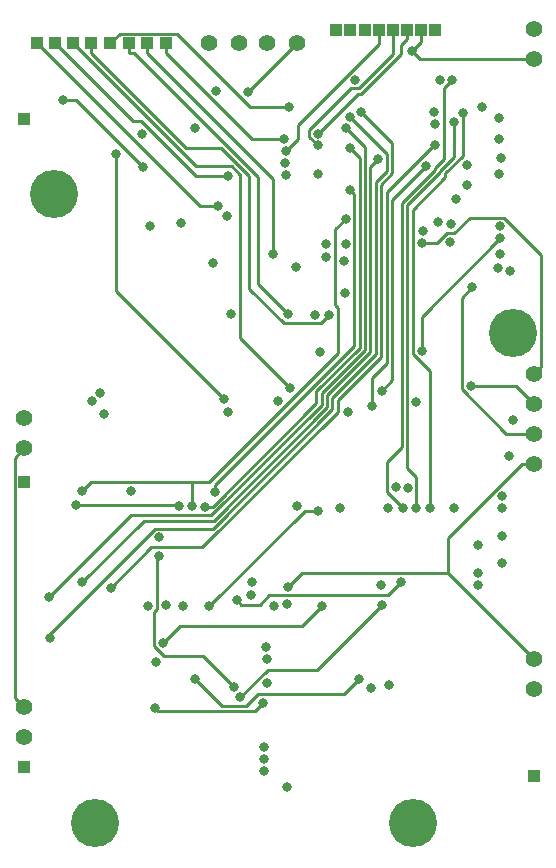
<source format=gbr>
G04 #@! TF.GenerationSoftware,KiCad,Pcbnew,5.0.2*
G04 #@! TF.CreationDate,2019-03-01T11:34:39+03:00*
G04 #@! TF.ProjectId,xmobile,786d6f62-696c-4652-9e6b-696361645f70,rev?*
G04 #@! TF.SameCoordinates,Original*
G04 #@! TF.FileFunction,Copper,L2,Inr*
G04 #@! TF.FilePolarity,Positive*
%FSLAX46Y46*%
G04 Gerber Fmt 4.6, Leading zero omitted, Abs format (unit mm)*
G04 Created by KiCad (PCBNEW 5.0.2) date Пт 01 мар 2019 11:34:39*
%MOMM*%
%LPD*%
G01*
G04 APERTURE LIST*
G04 #@! TA.AperFunction,ViaPad*
%ADD10C,1.400000*%
G04 #@! TD*
G04 #@! TA.AperFunction,ViaPad*
%ADD11C,4.064000*%
G04 #@! TD*
G04 #@! TA.AperFunction,ViaPad*
%ADD12R,1.000000X1.000000*%
G04 #@! TD*
G04 #@! TA.AperFunction,ViaPad*
%ADD13C,0.800000*%
G04 #@! TD*
G04 #@! TA.AperFunction,Conductor*
%ADD14C,0.250000*%
G04 #@! TD*
G04 APERTURE END LIST*
D10*
G04 #@! TO.N,/audio/AUDIO_MICP*
G04 #@! TO.C,W3*
X166568000Y-71064100D03*
G04 #@! TO.N,/audio/AUDIO_MICN*
X169108000Y-71064100D03*
G04 #@! TD*
D11*
G04 #@! TO.N,N/C*
G04 #@! TO.C,h3*
X148590000Y-83820000D03*
G04 #@! TD*
G04 #@! TO.N,N/C*
G04 #@! TO.C,h4*
X187401000Y-95554800D03*
G04 #@! TD*
G04 #@! TO.N,N/C*
G04 #@! TO.C,h2*
X178905000Y-137109000D03*
G04 #@! TD*
G04 #@! TO.N,N/C*
G04 #@! TO.C,H1*
X152044000Y-137109000D03*
G04 #@! TD*
D10*
G04 #@! TO.N,GND*
G04 #@! TO.C,J2*
X189230000Y-72390000D03*
G04 #@! TO.N,Net-(J2-Pad2)*
X189230000Y-69850000D03*
G04 #@! TD*
D12*
G04 #@! TO.N,Net-(J3-Pad1)*
G04 #@! TO.C,J3*
X158026000Y-71064100D03*
G04 #@! TD*
D10*
G04 #@! TO.N,GND*
G04 #@! TO.C,W1*
X189230000Y-106680000D03*
G04 #@! TO.N,3.3V*
X189230000Y-104140000D03*
G04 #@! TD*
G04 #@! TO.N,/PDI_D*
G04 #@! TO.C,W2*
X189230000Y-99060000D03*
G04 #@! TO.N,/PDI_C*
X189230000Y-101600000D03*
G04 #@! TD*
G04 #@! TO.N,/audio/AUDIO_SPKN*
G04 #@! TO.C,W4*
X161701000Y-71064100D03*
G04 #@! TO.N,/audio/AUDIO_SPKP*
X164241000Y-71064100D03*
G04 #@! TD*
D12*
G04 #@! TO.N,Net-(C21-Pad1)*
G04 #@! TO.C,W5*
X189230000Y-133119000D03*
G04 #@! TD*
G04 #@! TO.N,Net-(C22-Pad1)*
G04 #@! TO.C,W6*
X146050000Y-132326000D03*
G04 #@! TD*
D10*
G04 #@! TO.N,GND*
G04 #@! TO.C,W7*
X189230000Y-123190000D03*
G04 #@! TO.N,Net-(C23-Pad2)*
X189230000Y-125730000D03*
G04 #@! TD*
G04 #@! TO.N,Net-(C24-Pad2)*
G04 #@! TO.C,W8*
X146050000Y-129830000D03*
G04 #@! TO.N,GND*
X146050000Y-127290000D03*
G04 #@! TD*
D12*
G04 #@! TO.N,/GSM_RTS*
G04 #@! TO.C,W9*
X156461000Y-71064100D03*
G04 #@! TD*
G04 #@! TO.N,/GSM_DTR*
G04 #@! TO.C,W10*
X151722000Y-71064100D03*
G04 #@! TD*
G04 #@! TO.N,/GSM_CTS*
G04 #@! TO.C,W11*
X154879000Y-71064100D03*
G04 #@! TD*
G04 #@! TO.N,/GSM_DCD*
G04 #@! TO.C,W12*
X153294000Y-71064100D03*
G04 #@! TD*
G04 #@! TO.N,/GSM_RI*
G04 #@! TO.C,W13*
X150193000Y-71064100D03*
G04 #@! TD*
G04 #@! TO.N,Net-(U8-Pad20)*
G04 #@! TO.C,W14*
X146050000Y-108232000D03*
G04 #@! TD*
G04 #@! TO.N,/GSM_TXD*
G04 #@! TO.C,W15*
X148659000Y-71064100D03*
G04 #@! TD*
G04 #@! TO.N,/GSM_RXD*
G04 #@! TO.C,W16*
X147132000Y-71064100D03*
G04 #@! TD*
D10*
G04 #@! TO.N,GND*
G04 #@! TO.C,W17*
X146050000Y-105334000D03*
G04 #@! TO.N,Net-(U8-Pad28)*
X146050000Y-102794000D03*
G04 #@! TD*
D12*
G04 #@! TO.N,Net-(U8-Pad32)*
G04 #@! TO.C,W18*
X146050000Y-77470000D03*
G04 #@! TD*
G04 #@! TO.N,3.3V*
G04 #@! TO.C,J5*
X180850000Y-69950000D03*
G04 #@! TD*
G04 #@! TO.N,GND*
G04 #@! TO.C,J6*
X179650000Y-69950000D03*
G04 #@! TD*
G04 #@! TO.N,/EPD_DIN*
G04 #@! TO.C,J7*
X178450000Y-69950000D03*
G04 #@! TD*
G04 #@! TO.N,/EPD_CLK*
G04 #@! TO.C,J8*
X177250000Y-69950000D03*
G04 #@! TD*
G04 #@! TO.N,/EPD_CS*
G04 #@! TO.C,J9*
X176050000Y-69950000D03*
G04 #@! TD*
G04 #@! TO.N,/EPD_DC*
G04 #@! TO.C,J10*
X174850000Y-69950000D03*
G04 #@! TD*
G04 #@! TO.N,/EPD_RST*
G04 #@! TO.C,J11*
X173650000Y-69950000D03*
G04 #@! TD*
G04 #@! TO.N,/EPD_BUSY*
G04 #@! TO.C,J12*
X172450000Y-69950000D03*
G04 #@! TD*
D13*
G04 #@! TO.N,3.3V*
X183969600Y-91740100D03*
G04 #@! TO.N,GND*
X168330300Y-117068500D03*
X186352400Y-88899200D03*
X174046900Y-74147200D03*
X156691900Y-86522700D03*
X178897000Y-71750300D03*
G04 #@! TO.N,/audio/AUDIO_SPKP*
X155960900Y-78729900D03*
X163261000Y-102294700D03*
G04 #@! TO.N,/audio/AUDIO_SPKN*
X162942800Y-101144200D03*
X153829700Y-80475100D03*
G04 #@! TO.N,/audio/AUDIO_MICP*
X163523400Y-94027300D03*
X162280900Y-75120200D03*
X160527300Y-78203600D03*
G04 #@! TO.N,/audio/AUDIO_MICN*
X164938400Y-75186200D03*
G04 #@! TO.N,Net-(C32-Pad1)*
X173627800Y-83514500D03*
X162165300Y-109045300D03*
X155034200Y-108976000D03*
G04 #@! TO.N,Net-(C33-Pad1)*
X173591300Y-79965700D03*
X161353900Y-110301300D03*
G04 #@! TO.N,/xmobile_GSM/USB_VBUS*
X152745700Y-102434300D03*
X166308000Y-130619100D03*
G04 #@! TO.N,Net-(D18-Pad3)*
X150379700Y-110137200D03*
X159143500Y-110208700D03*
X168087600Y-81229600D03*
G04 #@! TO.N,Net-(D18-Pad4)*
X173244500Y-85911100D03*
X160261700Y-110240000D03*
X150951900Y-108973300D03*
G04 #@! TO.N,Net-(D19-Pad1)*
X156052600Y-81518800D03*
X149338300Y-75890100D03*
G04 #@! TO.N,/microSD_DO*
X148211100Y-121438600D03*
X173583900Y-77265300D03*
G04 #@! TO.N,/microSD_SCLK*
X153342300Y-117163400D03*
X174584300Y-76915000D03*
G04 #@! TO.N,/microSD_DI*
X148126600Y-117987300D03*
X173260900Y-78265700D03*
G04 #@! TO.N,/microSD_CS*
X150937000Y-116670900D03*
X175992800Y-80896100D03*
G04 #@! TO.N,Net-(J2-Pad2)*
X179793900Y-86980500D03*
G04 #@! TO.N,Net-(J3-Pad1)*
X168050200Y-79153600D03*
G04 #@! TO.N,/EPD_BUSY*
X171561600Y-88052600D03*
G04 #@! TO.N,/EPD_RST*
X171564400Y-89134600D03*
G04 #@! TO.N,/EPD_DC*
X173120100Y-89520700D03*
G04 #@! TO.N,/EPD_CS*
X168166700Y-80154100D03*
G04 #@! TO.N,/EPD_CLK*
X170880200Y-79711100D03*
G04 #@! TO.N,/EPD_DIN*
X170905700Y-78710400D03*
G04 #@! TO.N,/xmobile_GSM/PWRKEY*
X163190600Y-85700300D03*
X159309900Y-86323700D03*
G04 #@! TO.N,/PDI_C*
X173237500Y-88065900D03*
X183819700Y-100040600D03*
G04 #@! TO.N,/xmobile_keyboard/LED1*
X166624700Y-125194800D03*
X159456000Y-118667500D03*
G04 #@! TO.N,/xmobile_keyboard/LED2*
X176874400Y-125370000D03*
X158045700Y-118658200D03*
G04 #@! TO.N,/xmobile_keyboard/LED3*
X171238200Y-118687600D03*
X157772700Y-121810800D03*
G04 #@! TO.N,/xmobile_keyboard/LED4*
X174341800Y-124912100D03*
X160493200Y-124897500D03*
G04 #@! TO.N,/KBD_SDA*
X170872600Y-82144100D03*
X167201100Y-118669300D03*
G04 #@! TO.N,/KBD_SCL*
X168188100Y-82247600D03*
X166521600Y-122189400D03*
G04 #@! TO.N,/KBD_INT*
X173204500Y-92211100D03*
X166551700Y-123214600D03*
X168299000Y-118568200D03*
G04 #@! TO.N,/GSM_RTS*
X167112200Y-88930500D03*
G04 #@! TO.N,/GSM_DTR*
X171864500Y-94040200D03*
G04 #@! TO.N,/GSM_CTS*
X168343300Y-94021000D03*
G04 #@! TO.N,/GSM_DCD*
X170636900Y-94028900D03*
X168454600Y-76435800D03*
G04 #@! TO.N,/GSM_RI*
X168548600Y-100262300D03*
G04 #@! TO.N,/GSM_TXD*
X163296700Y-82282200D03*
G04 #@! TO.N,/GSM_RXD*
X162416900Y-84871900D03*
G04 #@! TO.N,/xmobile_keyboard/R0*
X157103900Y-127385500D03*
X166261100Y-126905600D03*
G04 #@! TO.N,/xmobile_keyboard/C0*
X165270600Y-117808300D03*
G04 #@! TO.N,/xmobile_keyboard/R1*
X157420800Y-114435600D03*
X163769500Y-125579300D03*
G04 #@! TO.N,/xmobile_keyboard/R2*
X176288800Y-118646200D03*
X164314300Y-126452800D03*
G04 #@! TO.N,/xmobile_keyboard/R3*
X157426700Y-112897100D03*
X156519300Y-118686600D03*
G04 #@! TO.N,/xmobile_keyboard/R4*
X171042600Y-97207100D03*
X175417700Y-125644400D03*
X161699600Y-118686500D03*
X170900200Y-110624900D03*
G04 #@! TO.N,/xmobile_keyboard/C1*
X177958800Y-116664900D03*
X164009700Y-118228500D03*
G04 #@! TO.N,/xmobile_keyboard/C2*
X165308800Y-116692800D03*
X168263100Y-134000800D03*
X157156000Y-123423300D03*
G04 #@! TO.N,/xmobile_keyboard/C3*
X167509900Y-101333100D03*
X169116400Y-110233500D03*
G04 #@! TO.N,/OE*
X175512900Y-101799200D03*
X180819900Y-79710400D03*
G04 #@! TO.N,/CE2*
X180050400Y-81488700D03*
X176295900Y-100483400D03*
G04 #@! TO.N,/CE1*
X187404600Y-102985600D03*
X186396600Y-80749700D03*
G04 #@! TO.N,/D4*
X178480600Y-108749500D03*
X182123800Y-86364200D03*
G04 #@! TO.N,/D1*
X187091800Y-105988700D03*
X187173200Y-90309000D03*
G04 #@! TO.N,/A17*
X186469300Y-115104700D03*
X186205800Y-82163300D03*
G04 #@! TO.N,/D5*
X177479500Y-108661100D03*
X181086500Y-86217700D03*
G04 #@! TO.N,/D2*
X186468600Y-109418300D03*
X186139700Y-90132200D03*
G04 #@! TO.N,/A16*
X184408400Y-115956000D03*
X183479400Y-81377900D03*
G04 #@! TO.N,/D6*
X179680700Y-97144000D03*
X186345900Y-87585400D03*
G04 #@! TO.N,/D3*
X186468600Y-110437400D03*
X186327500Y-86572600D03*
G04 #@! TO.N,/A14*
X176264600Y-116936300D03*
X184817800Y-76459100D03*
G04 #@! TO.N,/A15*
X184409100Y-116961300D03*
X186200200Y-77429600D03*
G04 #@! TO.N,/D7*
X179194200Y-101442500D03*
X182098100Y-87872200D03*
G04 #@! TO.N,/A12*
X179206600Y-110430000D03*
X182410800Y-77753300D03*
G04 #@! TO.N,/A13*
X180347600Y-110423200D03*
X183190000Y-76958000D03*
G04 #@! TO.N,/WE*
X186196500Y-79210400D03*
X186480500Y-112756000D03*
G04 #@! TO.N,/A18*
X182412100Y-110397700D03*
X182609600Y-84236200D03*
G04 #@! TO.N,/A8*
X173439800Y-102308400D03*
X180743600Y-76899400D03*
G04 #@! TO.N,/A9*
X172806200Y-110413800D03*
X181190000Y-74202900D03*
G04 #@! TO.N,/A10*
X176870500Y-110431500D03*
X180785700Y-77899800D03*
G04 #@! TO.N,/A11*
X178100100Y-110412200D03*
X182248700Y-74196100D03*
G04 #@! TO.N,/A19*
X184420400Y-113556000D03*
X183491800Y-83048500D03*
G04 #@! TO.N,/PDI_D*
X179672400Y-87984500D03*
G04 #@! TO.N,/GSM_STATUS*
X168998800Y-89985500D03*
X162048400Y-89696000D03*
G04 #@! TO.N,/xmobile_GSM/USB_DP*
X151753600Y-101372800D03*
X166288100Y-132718000D03*
G04 #@! TO.N,/xmobile_GSM/USB_DN*
X152483200Y-100683700D03*
X166307300Y-131650000D03*
G04 #@! TD*
D14*
G04 #@! TO.N,3.3V*
X189230000Y-104140000D02*
X186852300Y-104140000D01*
X186852300Y-104140000D02*
X183072600Y-100360300D01*
X183072600Y-100360300D02*
X183072600Y-92637100D01*
X183072600Y-92637100D02*
X183969600Y-91740100D01*
G04 #@! TO.N,GND*
X181922200Y-115882200D02*
X189230000Y-123190000D01*
X189230000Y-106680000D02*
X188181200Y-106680000D01*
X188181200Y-106680000D02*
X181922200Y-112939000D01*
X181922200Y-112939000D02*
X181922200Y-115882200D01*
X181922200Y-115882200D02*
X169516600Y-115882200D01*
X169516600Y-115882200D02*
X168330300Y-117068500D01*
X146050000Y-127290000D02*
X145224600Y-126464600D01*
X145224600Y-126464600D02*
X145224600Y-106159400D01*
X145224600Y-106159400D02*
X146050000Y-105334000D01*
X179536700Y-72390000D02*
X178897000Y-71750300D01*
X189230000Y-72390000D02*
X179536700Y-72390000D01*
X179650000Y-70997300D02*
X179650000Y-69950000D01*
X178897000Y-71750300D02*
X179650000Y-70997300D01*
G04 #@! TO.N,/audio/AUDIO_SPKN*
X153829700Y-80475100D02*
X153829700Y-92031100D01*
X153829700Y-92031100D02*
X162942800Y-101144200D01*
G04 #@! TO.N,/audio/AUDIO_MICN*
X164938400Y-75186200D02*
X164985900Y-75186200D01*
X164985900Y-75186200D02*
X169108000Y-71064100D01*
G04 #@! TO.N,Net-(C32-Pad1)*
X173627800Y-83514500D02*
X173969800Y-83856500D01*
X173969800Y-83856500D02*
X173969800Y-96668100D01*
X173969800Y-96668100D02*
X162165300Y-108472600D01*
X162165300Y-108472600D02*
X162165300Y-109045300D01*
G04 #@! TO.N,Net-(C33-Pad1)*
X173591300Y-79965700D02*
X174420100Y-80794500D01*
X174420100Y-80794500D02*
X174420100Y-96854700D01*
X174420100Y-96854700D02*
X170763400Y-100511400D01*
X170763400Y-100511400D02*
X170763400Y-101511000D01*
X170763400Y-101511000D02*
X161973100Y-110301300D01*
X161973100Y-110301300D02*
X161353900Y-110301300D01*
G04 #@! TO.N,Net-(D18-Pad3)*
X159143500Y-110208700D02*
X159072000Y-110137200D01*
X159072000Y-110137200D02*
X150379700Y-110137200D01*
G04 #@! TO.N,Net-(D18-Pad4)*
X173244500Y-85911100D02*
X172342300Y-86813300D01*
X172342300Y-86813300D02*
X172342300Y-93243100D01*
X172342300Y-93243100D02*
X172619400Y-93520200D01*
X172619400Y-93520200D02*
X172619400Y-97315500D01*
X172619400Y-97315500D02*
X161684300Y-108250600D01*
X161684300Y-108250600D02*
X160261700Y-108250600D01*
X160261700Y-108250600D02*
X160261700Y-110240000D01*
X150951900Y-108973300D02*
X151674600Y-108250600D01*
X151674600Y-108250600D02*
X160261700Y-108250600D01*
G04 #@! TO.N,Net-(D19-Pad1)*
X156052600Y-81518800D02*
X150424000Y-75890200D01*
X150424000Y-75890200D02*
X149338300Y-75890200D01*
X149338300Y-75890200D02*
X149338300Y-75890100D01*
G04 #@! TO.N,/microSD_DO*
X173583900Y-77265300D02*
X176725400Y-80406800D01*
X176725400Y-80406800D02*
X176725400Y-81895100D01*
X176725400Y-81895100D02*
X175771000Y-82849500D01*
X175771000Y-82849500D02*
X175771000Y-97414500D01*
X175771000Y-97414500D02*
X172114300Y-101071200D01*
X172114300Y-101071200D02*
X172114300Y-102070800D01*
X172114300Y-102070800D02*
X162013300Y-112171800D01*
X162013300Y-112171800D02*
X157126300Y-112171800D01*
X157126300Y-112171800D02*
X148211100Y-121087000D01*
X148211100Y-121087000D02*
X148211100Y-121438600D01*
G04 #@! TO.N,/microSD_SCLK*
X172564600Y-101257800D02*
X172564600Y-102257400D01*
X172564600Y-102257400D02*
X161111800Y-113710200D01*
X177175700Y-82081800D02*
X176221300Y-83036200D01*
X176221300Y-97601100D02*
X172564600Y-101257800D01*
X176221300Y-83036200D02*
X176221300Y-97601100D01*
X161111800Y-113710200D02*
X156795500Y-113710200D01*
X156795500Y-113710200D02*
X153342300Y-117163400D01*
X177175700Y-79506400D02*
X177175700Y-82081800D01*
X174584300Y-76915000D02*
X177175700Y-79506400D01*
G04 #@! TO.N,/microSD_DI*
X173260900Y-78265700D02*
X174870400Y-79875200D01*
X174870400Y-79875200D02*
X174870400Y-97041300D01*
X174870400Y-97041300D02*
X171213700Y-100698000D01*
X171213700Y-100698000D02*
X171213700Y-101697600D01*
X171213700Y-101697600D02*
X161884700Y-111026600D01*
X161884700Y-111026600D02*
X155087300Y-111026600D01*
X155087300Y-111026600D02*
X148126600Y-117987300D01*
G04 #@! TO.N,/microSD_CS*
X175992800Y-80896100D02*
X175320700Y-81568200D01*
X175320700Y-81568200D02*
X175320700Y-97227900D01*
X175320700Y-97227900D02*
X171664000Y-100884600D01*
X171664000Y-100884600D02*
X171664000Y-101884200D01*
X171664000Y-101884200D02*
X162071300Y-111476900D01*
X162071300Y-111476900D02*
X156131000Y-111476900D01*
X156131000Y-111476900D02*
X150937000Y-116670900D01*
G04 #@! TO.N,Net-(J3-Pad1)*
X158026000Y-71889400D02*
X158026000Y-71891000D01*
X158026000Y-71891000D02*
X165288600Y-79153600D01*
X165288600Y-79153600D02*
X168050200Y-79153600D01*
X158026000Y-71064100D02*
X158026000Y-71889400D01*
G04 #@! TO.N,/EPD_CS*
X169182400Y-77982400D02*
X169182400Y-79138400D01*
X169182400Y-79138400D02*
X168166700Y-80154100D01*
X176050000Y-71114800D02*
X176050000Y-69950000D01*
X175264800Y-71900000D02*
X176050000Y-71114800D01*
X175414500Y-71750300D02*
X175264800Y-71900000D01*
X175264800Y-71900000D02*
X169182400Y-77982400D01*
G04 #@! TO.N,/EPD_CLK*
X170880200Y-79711100D02*
X170180300Y-79011200D01*
X170180300Y-79011200D02*
X170180300Y-78370700D01*
X170180300Y-78370700D02*
X173678500Y-74872500D01*
X173678500Y-74872500D02*
X174347400Y-74872500D01*
X174347400Y-74872500D02*
X176897000Y-72322900D01*
X177250000Y-71969900D02*
X177250000Y-69950000D01*
X176897000Y-72322900D02*
X177250000Y-71969900D01*
G04 #@! TO.N,/EPD_DIN*
X170905700Y-78710400D02*
X174293300Y-75322800D01*
X174293300Y-75322800D02*
X174534000Y-75322800D01*
X174534000Y-75322800D02*
X177897000Y-71959800D01*
X177897000Y-71253000D02*
X177897000Y-71959800D01*
X178450000Y-70700000D02*
X177897000Y-71253000D01*
X178450000Y-69950000D02*
X178450000Y-70700000D01*
G04 #@! TO.N,/PDI_C*
X189230000Y-101600000D02*
X187670600Y-100040600D01*
X187670600Y-100040600D02*
X183819700Y-100040600D01*
G04 #@! TO.N,/xmobile_keyboard/LED3*
X157772700Y-121810800D02*
X159184700Y-120398800D01*
X159184700Y-120398800D02*
X169527000Y-120398800D01*
X169527000Y-120398800D02*
X171238200Y-118687600D01*
G04 #@! TO.N,/xmobile_keyboard/LED4*
X160493200Y-124897500D02*
X162773800Y-127178100D01*
X162773800Y-127178100D02*
X164820200Y-127178100D01*
X164820200Y-127178100D02*
X165818000Y-126180300D01*
X165818000Y-126180300D02*
X173073600Y-126180300D01*
X173073600Y-126180300D02*
X174341800Y-124912100D01*
G04 #@! TO.N,/GSM_RTS*
X156461000Y-71064100D02*
X156461000Y-71889400D01*
X156461000Y-71889400D02*
X167112200Y-82540600D01*
X167112200Y-82540600D02*
X167112200Y-88930500D01*
G04 #@! TO.N,/GSM_DTR*
X151722000Y-71889400D02*
X159746800Y-79914200D01*
X159746800Y-79914200D02*
X162658200Y-79914200D01*
X162658200Y-79914200D02*
X165045800Y-82301800D01*
X165045800Y-82301800D02*
X165045800Y-91828800D01*
X165045800Y-91828800D02*
X167989300Y-94772300D01*
X167989300Y-94772300D02*
X171132400Y-94772300D01*
X171132400Y-94772300D02*
X171864500Y-94040200D01*
X151722000Y-71064100D02*
X151722000Y-71889400D01*
G04 #@! TO.N,/GSM_CTS*
X154879000Y-71064100D02*
X154879000Y-71889400D01*
X154879000Y-71889400D02*
X155291600Y-71889400D01*
X155291600Y-71889400D02*
X165809500Y-82407300D01*
X165809500Y-82407300D02*
X165809500Y-91487200D01*
X165809500Y-91487200D02*
X168343300Y-94021000D01*
G04 #@! TO.N,/GSM_DCD*
X153294000Y-71064100D02*
X154119400Y-70238700D01*
X154119400Y-70238700D02*
X158965200Y-70238700D01*
X158965200Y-70238700D02*
X165162300Y-76435800D01*
X165162300Y-76435800D02*
X168454600Y-76435800D01*
G04 #@! TO.N,/GSM_RI*
X150193000Y-71064100D02*
X160602800Y-81473900D01*
X160602800Y-81473900D02*
X163581000Y-81473900D01*
X163581000Y-81473900D02*
X164336000Y-82228900D01*
X164336000Y-82228900D02*
X164336000Y-96049700D01*
X164336000Y-96049700D02*
X168548600Y-100262300D01*
G04 #@! TO.N,/GSM_TXD*
X148659000Y-71064100D02*
X155209700Y-77614800D01*
X155209700Y-77614800D02*
X155905400Y-77614800D01*
X155905400Y-77614800D02*
X160572800Y-82282200D01*
X160572800Y-82282200D02*
X163296700Y-82282200D01*
G04 #@! TO.N,/GSM_RXD*
X147132000Y-71064100D02*
X160939800Y-84871900D01*
X160939800Y-84871900D02*
X162416900Y-84871900D01*
G04 #@! TO.N,/xmobile_keyboard/R0*
X157103900Y-127385500D02*
X157346800Y-127628400D01*
X157346800Y-127628400D02*
X165538300Y-127628400D01*
X165538300Y-127628400D02*
X166261100Y-126905600D01*
G04 #@! TO.N,/xmobile_keyboard/R1*
X163769500Y-125579300D02*
X161137500Y-122947300D01*
X161137500Y-122947300D02*
X157875700Y-122947300D01*
X157875700Y-122947300D02*
X157025800Y-122097400D01*
X157025800Y-122097400D02*
X157025800Y-119205900D01*
X157025800Y-119205900D02*
X157255800Y-118975900D01*
X157255800Y-118975900D02*
X157255800Y-114600600D01*
X157255800Y-114600600D02*
X157420800Y-114435600D01*
G04 #@! TO.N,/xmobile_keyboard/R2*
X164314300Y-126452800D02*
X166629900Y-124137200D01*
X166629900Y-124137200D02*
X170797800Y-124137200D01*
X170797800Y-124137200D02*
X176288800Y-118646200D01*
G04 #@! TO.N,/xmobile_keyboard/R4*
X161699600Y-118686500D02*
X169761200Y-110624900D01*
X169761200Y-110624900D02*
X170900200Y-110624900D01*
G04 #@! TO.N,/xmobile_keyboard/C1*
X164009700Y-118228500D02*
X164376500Y-118595300D01*
X164376500Y-118595300D02*
X165989900Y-118595300D01*
X165989900Y-118595300D02*
X166791300Y-117793900D01*
X166791300Y-117793900D02*
X176829800Y-117793900D01*
X176829800Y-117793900D02*
X177958800Y-116664900D01*
G04 #@! TO.N,/OE*
X175512900Y-101799200D02*
X175512900Y-99368200D01*
X175512900Y-99368200D02*
X176718600Y-98162500D01*
X176718600Y-98162500D02*
X176718600Y-83686400D01*
X176718600Y-83686400D02*
X180694600Y-79710400D01*
X180694600Y-79710400D02*
X180819900Y-79710400D01*
G04 #@! TO.N,/CE2*
X176295900Y-100483400D02*
X177169000Y-99610300D01*
X177169000Y-99610300D02*
X177169000Y-84370100D01*
X177169000Y-84370100D02*
X180050400Y-81488700D01*
G04 #@! TO.N,/D6*
X179680700Y-97144000D02*
X179680700Y-94250600D01*
X179680700Y-94250600D02*
X186345900Y-87585400D01*
G04 #@! TO.N,/A12*
X179206600Y-110430000D02*
X179206600Y-107785300D01*
X179206600Y-107785300D02*
X178463500Y-107042200D01*
X178463500Y-107042200D02*
X178463500Y-84744900D01*
X178463500Y-84744900D02*
X181227400Y-81981000D01*
X181227400Y-81981000D02*
X181227400Y-81903500D01*
X181227400Y-81903500D02*
X182410800Y-80720100D01*
X182410800Y-80720100D02*
X182410800Y-77753300D01*
G04 #@! TO.N,/A13*
X180347600Y-110423200D02*
X180347600Y-98836600D01*
X180347600Y-98836600D02*
X178916300Y-97405300D01*
X178916300Y-97405300D02*
X178916300Y-85167200D01*
X178916300Y-85167200D02*
X181677800Y-82405700D01*
X181677800Y-82405700D02*
X181677800Y-82090300D01*
X181677800Y-82090300D02*
X183190000Y-80578100D01*
X183190000Y-80578100D02*
X183190000Y-76958000D01*
G04 #@! TO.N,/A11*
X182248700Y-74196100D02*
X181570900Y-74873900D01*
X181570900Y-74873900D02*
X181570900Y-80849400D01*
X181570900Y-80849400D02*
X180777100Y-81643200D01*
X180777100Y-81643200D02*
X180777100Y-81794400D01*
X180777100Y-81794400D02*
X177984900Y-84586600D01*
X177984900Y-84586600D02*
X177984900Y-105266300D01*
X177984900Y-105266300D02*
X176754100Y-106497100D01*
X176754100Y-106497100D02*
X176754100Y-109066200D01*
X176754100Y-109066200D02*
X178100100Y-110412200D01*
G04 #@! TO.N,/PDI_D*
X179672400Y-87984500D02*
X180960100Y-87984500D01*
X180960100Y-87984500D02*
X181803700Y-87140900D01*
X181803700Y-87140900D02*
X182449600Y-87140900D01*
X182449600Y-87140900D02*
X183752800Y-85837700D01*
X183752800Y-85837700D02*
X186649600Y-85837700D01*
X186649600Y-85837700D02*
X189786700Y-88974800D01*
X189786700Y-88974800D02*
X189786700Y-98503300D01*
X189786700Y-98503300D02*
X189230000Y-99060000D01*
G04 #@! TD*
M02*

</source>
